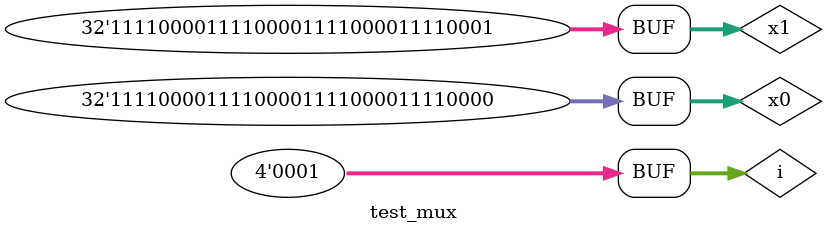
<source format=v>
/* 
 * Do not change Module name 
*/
module test_RES;
  reg [1:0] i;
  wire [31:0] Y;
  reg[31:0] x;
  res res1 (Y,x,i[0],i[1]);
  initial begin
  i = 2'b11;
  x = 32'b11110000111100001111000011110000;
  end
  initial 
    begin
      $display("output");
      $monitor("%b", Y) ;
    end
endmodule

/* 
 * Do not change Module name 
*/
module test_decoder;
  reg i;
  wire [15:0] Y;
  reg[3:0] x;
  B_Decoder res1 (Y,x,i);
  initial begin
  i = 1'b1;
  x = 4'b0001;
  end
  initial 
    begin
      $display("output");
      $monitor("%b", Y) ;
    end
endmodule

/* 
 * Do not change Module name 
*/
module test_mux;
  reg [3:0]i;
  wire [31:0] Y;
  reg[31:0] x0,x1,x2,x3,x4,x5,x6,x7,x8,x9,x10,x11,x12,x13,x14,x15;
  Mux res1 (Y,x0,x1,x2,x3,x4,x5,x6,x7,x8,x9,x10,x11,x12,x13,x14,x15,i);
  initial begin
  i = 4'b0001;
  x0 = 32'b11110000111100001111000011110000;
  x1 = 32'b11110000111100001111000011110001;
  end
  initial 
    begin
      $display("output");
      $monitor("%b", Y) ;
    end
endmodule
</source>
